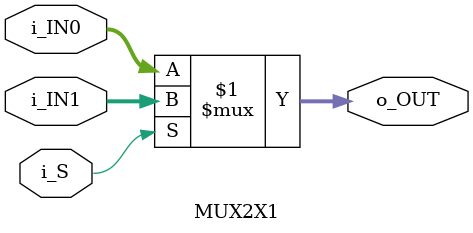
<source format=v>
module MUX2X1 #(parameter DATA_WIDTH=32) (
  input [DATA_WIDTH-1:0] i_IN0,
  input [DATA_WIDTH-1:0] i_IN1,
  input i_S,
  output [DATA_WIDTH-1:0] o_OUT
  );
  assign o_OUT = (i_S) ? i_IN1 : i_IN0;

endmodule // MUX2X1

</source>
